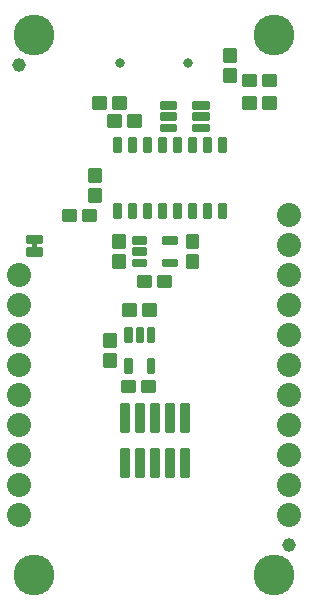
<source format=gbs>
G04 EAGLE Gerber RS-274X export*
G75*
%MOMM*%
%FSLAX34Y34*%
%LPD*%
%INSoldermask Bottom*%
%IPPOS*%
%AMOC8*
5,1,8,0,0,1.08239X$1,22.5*%
G01*
%ADD10C,0.802400*%
%ADD11C,0.255816*%
%ADD12C,0.253525*%
%ADD13C,0.251966*%
%ADD14C,0.252862*%
%ADD15C,2.032000*%
%ADD16C,1.152400*%
%ADD17C,3.454400*%
%ADD18C,0.258794*%

G36*
X26735Y302272D02*
X26735Y302272D01*
X26801Y302274D01*
X26844Y302292D01*
X26891Y302300D01*
X26948Y302334D01*
X27008Y302359D01*
X27043Y302390D01*
X27084Y302415D01*
X27126Y302466D01*
X27174Y302510D01*
X27196Y302552D01*
X27225Y302589D01*
X27246Y302651D01*
X27277Y302710D01*
X27285Y302764D01*
X27297Y302801D01*
X27296Y302841D01*
X27304Y302895D01*
X27304Y306705D01*
X27293Y306770D01*
X27291Y306836D01*
X27273Y306879D01*
X27265Y306926D01*
X27231Y306983D01*
X27206Y307043D01*
X27175Y307078D01*
X27150Y307119D01*
X27099Y307161D01*
X27055Y307209D01*
X27013Y307231D01*
X26976Y307260D01*
X26914Y307281D01*
X26855Y307312D01*
X26801Y307320D01*
X26764Y307332D01*
X26724Y307331D01*
X26670Y307339D01*
X24130Y307339D01*
X24065Y307328D01*
X23999Y307326D01*
X23956Y307308D01*
X23909Y307300D01*
X23852Y307266D01*
X23792Y307241D01*
X23757Y307210D01*
X23716Y307185D01*
X23675Y307134D01*
X23626Y307090D01*
X23604Y307048D01*
X23575Y307011D01*
X23554Y306949D01*
X23523Y306890D01*
X23515Y306836D01*
X23503Y306799D01*
X23503Y306795D01*
X23503Y306794D01*
X23504Y306759D01*
X23496Y306705D01*
X23496Y302895D01*
X23507Y302830D01*
X23509Y302764D01*
X23527Y302721D01*
X23535Y302674D01*
X23569Y302617D01*
X23594Y302557D01*
X23625Y302522D01*
X23650Y302481D01*
X23701Y302440D01*
X23745Y302391D01*
X23787Y302369D01*
X23824Y302340D01*
X23886Y302319D01*
X23945Y302288D01*
X23999Y302280D01*
X24036Y302268D01*
X24076Y302269D01*
X24130Y302261D01*
X26670Y302261D01*
X26735Y302272D01*
G37*
D10*
X155900Y458950D03*
X98100Y458950D03*
D11*
X97733Y384467D02*
X92767Y384467D01*
X92767Y395433D01*
X97733Y395433D01*
X97733Y384467D01*
X97733Y386897D02*
X92767Y386897D01*
X92767Y389327D02*
X97733Y389327D01*
X97733Y391757D02*
X92767Y391757D01*
X92767Y394187D02*
X97733Y394187D01*
X105467Y384467D02*
X110433Y384467D01*
X105467Y384467D02*
X105467Y395433D01*
X110433Y395433D01*
X110433Y384467D01*
X110433Y386897D02*
X105467Y386897D01*
X105467Y389327D02*
X110433Y389327D01*
X110433Y391757D02*
X105467Y391757D01*
X105467Y394187D02*
X110433Y394187D01*
X118167Y384467D02*
X123133Y384467D01*
X118167Y384467D02*
X118167Y395433D01*
X123133Y395433D01*
X123133Y384467D01*
X123133Y386897D02*
X118167Y386897D01*
X118167Y389327D02*
X123133Y389327D01*
X123133Y391757D02*
X118167Y391757D01*
X118167Y394187D02*
X123133Y394187D01*
X130867Y384467D02*
X135833Y384467D01*
X130867Y384467D02*
X130867Y395433D01*
X135833Y395433D01*
X135833Y384467D01*
X135833Y386897D02*
X130867Y386897D01*
X130867Y389327D02*
X135833Y389327D01*
X135833Y391757D02*
X130867Y391757D01*
X130867Y394187D02*
X135833Y394187D01*
X143567Y384467D02*
X148533Y384467D01*
X143567Y384467D02*
X143567Y395433D01*
X148533Y395433D01*
X148533Y384467D01*
X148533Y386897D02*
X143567Y386897D01*
X143567Y389327D02*
X148533Y389327D01*
X148533Y391757D02*
X143567Y391757D01*
X143567Y394187D02*
X148533Y394187D01*
X156267Y384467D02*
X161233Y384467D01*
X156267Y384467D02*
X156267Y395433D01*
X161233Y395433D01*
X161233Y384467D01*
X161233Y386897D02*
X156267Y386897D01*
X156267Y389327D02*
X161233Y389327D01*
X161233Y391757D02*
X156267Y391757D01*
X156267Y394187D02*
X161233Y394187D01*
X168967Y384467D02*
X173933Y384467D01*
X168967Y384467D02*
X168967Y395433D01*
X173933Y395433D01*
X173933Y384467D01*
X173933Y386897D02*
X168967Y386897D01*
X168967Y389327D02*
X173933Y389327D01*
X173933Y391757D02*
X168967Y391757D01*
X168967Y394187D02*
X173933Y394187D01*
X181667Y384467D02*
X186633Y384467D01*
X181667Y384467D02*
X181667Y395433D01*
X186633Y395433D01*
X186633Y384467D01*
X186633Y386897D02*
X181667Y386897D01*
X181667Y389327D02*
X186633Y389327D01*
X186633Y391757D02*
X181667Y391757D01*
X181667Y394187D02*
X186633Y394187D01*
X186633Y328467D02*
X181667Y328467D01*
X181667Y339433D01*
X186633Y339433D01*
X186633Y328467D01*
X186633Y330897D02*
X181667Y330897D01*
X181667Y333327D02*
X186633Y333327D01*
X186633Y335757D02*
X181667Y335757D01*
X181667Y338187D02*
X186633Y338187D01*
X173933Y328467D02*
X168967Y328467D01*
X168967Y339433D01*
X173933Y339433D01*
X173933Y328467D01*
X173933Y330897D02*
X168967Y330897D01*
X168967Y333327D02*
X173933Y333327D01*
X173933Y335757D02*
X168967Y335757D01*
X168967Y338187D02*
X173933Y338187D01*
X161233Y328467D02*
X156267Y328467D01*
X156267Y339433D01*
X161233Y339433D01*
X161233Y328467D01*
X161233Y330897D02*
X156267Y330897D01*
X156267Y333327D02*
X161233Y333327D01*
X161233Y335757D02*
X156267Y335757D01*
X156267Y338187D02*
X161233Y338187D01*
X148533Y328467D02*
X143567Y328467D01*
X143567Y339433D01*
X148533Y339433D01*
X148533Y328467D01*
X148533Y330897D02*
X143567Y330897D01*
X143567Y333327D02*
X148533Y333327D01*
X148533Y335757D02*
X143567Y335757D01*
X143567Y338187D02*
X148533Y338187D01*
X135833Y328467D02*
X130867Y328467D01*
X130867Y339433D01*
X135833Y339433D01*
X135833Y328467D01*
X135833Y330897D02*
X130867Y330897D01*
X130867Y333327D02*
X135833Y333327D01*
X135833Y335757D02*
X130867Y335757D01*
X130867Y338187D02*
X135833Y338187D01*
X123133Y328467D02*
X118167Y328467D01*
X118167Y339433D01*
X123133Y339433D01*
X123133Y328467D01*
X123133Y330897D02*
X118167Y330897D01*
X118167Y333327D02*
X123133Y333327D01*
X123133Y335757D02*
X118167Y335757D01*
X118167Y338187D02*
X123133Y338187D01*
X110433Y328467D02*
X105467Y328467D01*
X105467Y339433D01*
X110433Y339433D01*
X110433Y328467D01*
X110433Y330897D02*
X105467Y330897D01*
X105467Y333327D02*
X110433Y333327D01*
X110433Y335757D02*
X105467Y335757D01*
X105467Y338187D02*
X110433Y338187D01*
X97733Y328467D02*
X92767Y328467D01*
X92767Y339433D01*
X97733Y339433D01*
X97733Y328467D01*
X97733Y330897D02*
X92767Y330897D01*
X92767Y333327D02*
X97733Y333327D01*
X97733Y335757D02*
X92767Y335757D01*
X92767Y338187D02*
X97733Y338187D01*
D12*
X186005Y460705D02*
X186005Y470695D01*
X194995Y470695D01*
X194995Y460705D01*
X186005Y460705D01*
X186005Y463113D02*
X194995Y463113D01*
X194995Y465521D02*
X186005Y465521D01*
X186005Y467929D02*
X194995Y467929D01*
X194995Y470337D02*
X186005Y470337D01*
X186005Y453695D02*
X186005Y443705D01*
X186005Y453695D02*
X194995Y453695D01*
X194995Y443705D01*
X186005Y443705D01*
X186005Y446113D02*
X194995Y446113D01*
X194995Y448521D02*
X186005Y448521D01*
X186005Y450929D02*
X194995Y450929D01*
X194995Y453337D02*
X186005Y453337D01*
X98095Y405715D02*
X88105Y405715D01*
X88105Y414705D01*
X98095Y414705D01*
X98095Y405715D01*
X98095Y408123D02*
X88105Y408123D01*
X88105Y410531D02*
X98095Y410531D01*
X98095Y412939D02*
X88105Y412939D01*
X105105Y405715D02*
X115095Y405715D01*
X105105Y405715D02*
X105105Y414705D01*
X115095Y414705D01*
X115095Y405715D01*
X115095Y408123D02*
X105105Y408123D01*
X105105Y410531D02*
X115095Y410531D01*
X115095Y412939D02*
X105105Y412939D01*
D13*
X31252Y302397D02*
X31252Y296789D01*
X19548Y296789D01*
X19548Y302397D01*
X31252Y302397D01*
X31252Y299183D02*
X19548Y299183D01*
X19548Y301577D02*
X31252Y301577D01*
X31252Y307203D02*
X31252Y312811D01*
X31252Y307203D02*
X19548Y307203D01*
X19548Y312811D01*
X31252Y312811D01*
X31252Y309597D02*
X19548Y309597D01*
X19548Y311991D02*
X31252Y311991D01*
D12*
X202405Y440005D02*
X212395Y440005D01*
X202405Y440005D02*
X202405Y448995D01*
X212395Y448995D01*
X212395Y440005D01*
X212395Y442413D02*
X202405Y442413D01*
X202405Y444821D02*
X212395Y444821D01*
X212395Y447229D02*
X202405Y447229D01*
X219405Y440005D02*
X229395Y440005D01*
X219405Y440005D02*
X219405Y448995D01*
X229395Y448995D01*
X229395Y440005D01*
X229395Y442413D02*
X219405Y442413D01*
X219405Y444821D02*
X229395Y444821D01*
X229395Y447229D02*
X219405Y447229D01*
X219405Y429945D02*
X229395Y429945D01*
X229395Y420955D01*
X219405Y420955D01*
X219405Y429945D01*
X219405Y423363D02*
X229395Y423363D01*
X229395Y425771D02*
X219405Y425771D01*
X219405Y428179D02*
X229395Y428179D01*
X212395Y429945D02*
X202405Y429945D01*
X212395Y429945D02*
X212395Y420955D01*
X202405Y420955D01*
X202405Y429945D01*
X202405Y423363D02*
X212395Y423363D01*
X212395Y425771D02*
X202405Y425771D01*
X202405Y428179D02*
X212395Y428179D01*
X76995Y334695D02*
X67005Y334695D01*
X76995Y334695D02*
X76995Y325705D01*
X67005Y325705D01*
X67005Y334695D01*
X67005Y328113D02*
X76995Y328113D01*
X76995Y330521D02*
X67005Y330521D01*
X67005Y332929D02*
X76995Y332929D01*
X59995Y334695D02*
X50005Y334695D01*
X59995Y334695D02*
X59995Y325705D01*
X50005Y325705D01*
X50005Y334695D01*
X50005Y328113D02*
X59995Y328113D01*
X59995Y330521D02*
X50005Y330521D01*
X50005Y332929D02*
X59995Y332929D01*
D14*
X159903Y421272D02*
X159903Y425768D01*
X172399Y425768D01*
X172399Y421272D01*
X159903Y421272D01*
X159903Y423675D02*
X172399Y423675D01*
X159903Y416268D02*
X159903Y411772D01*
X159903Y416268D02*
X172399Y416268D01*
X172399Y411772D01*
X159903Y411772D01*
X159903Y414175D02*
X172399Y414175D01*
X159903Y406768D02*
X159903Y402272D01*
X159903Y406768D02*
X172399Y406768D01*
X172399Y402272D01*
X159903Y402272D01*
X159903Y404675D02*
X172399Y404675D01*
X132401Y406768D02*
X132401Y402272D01*
X132401Y406768D02*
X144897Y406768D01*
X144897Y402272D01*
X132401Y402272D01*
X132401Y404675D02*
X144897Y404675D01*
X132401Y411772D02*
X132401Y416268D01*
X144897Y416268D01*
X144897Y411772D01*
X132401Y411772D01*
X132401Y414175D02*
X144897Y414175D01*
X132401Y421272D02*
X132401Y425768D01*
X144897Y425768D01*
X144897Y421272D01*
X132401Y421272D01*
X132401Y423675D02*
X144897Y423675D01*
D15*
X241300Y228600D03*
X241300Y254000D03*
X12700Y127000D03*
X12700Y101600D03*
D12*
X92405Y429945D02*
X102395Y429945D01*
X102395Y420955D01*
X92405Y420955D01*
X92405Y429945D01*
X92405Y423363D02*
X102395Y423363D01*
X102395Y425771D02*
X92405Y425771D01*
X92405Y428179D02*
X102395Y428179D01*
X85395Y429945D02*
X75405Y429945D01*
X85395Y429945D02*
X85395Y420955D01*
X75405Y420955D01*
X75405Y429945D01*
X75405Y423363D02*
X85395Y423363D01*
X85395Y425771D02*
X75405Y425771D01*
X75405Y428179D02*
X85395Y428179D01*
X80695Y352095D02*
X80695Y342105D01*
X71705Y342105D01*
X71705Y352095D01*
X80695Y352095D01*
X80695Y344513D02*
X71705Y344513D01*
X71705Y346921D02*
X80695Y346921D01*
X80695Y349329D02*
X71705Y349329D01*
X71705Y351737D02*
X80695Y351737D01*
X80695Y359105D02*
X80695Y369095D01*
X80695Y359105D02*
X71705Y359105D01*
X71705Y369095D01*
X80695Y369095D01*
X80695Y361513D02*
X71705Y361513D01*
X71705Y363921D02*
X80695Y363921D01*
X80695Y366329D02*
X71705Y366329D01*
X71705Y368737D02*
X80695Y368737D01*
D15*
X12700Y76200D03*
X12700Y152400D03*
X12700Y177800D03*
X12700Y203200D03*
X12700Y228600D03*
X12700Y254000D03*
D14*
X119497Y287972D02*
X119497Y292468D01*
X119497Y287972D02*
X108501Y287972D01*
X108501Y292468D01*
X119497Y292468D01*
X119497Y290375D02*
X108501Y290375D01*
X119497Y297472D02*
X119497Y301968D01*
X119497Y297472D02*
X108501Y297472D01*
X108501Y301968D01*
X119497Y301968D01*
X119497Y299875D02*
X108501Y299875D01*
X119497Y306972D02*
X119497Y311468D01*
X119497Y306972D02*
X108501Y306972D01*
X108501Y311468D01*
X119497Y311468D01*
X119497Y309375D02*
X108501Y309375D01*
X145499Y311468D02*
X145499Y306972D01*
X134503Y306972D01*
X134503Y311468D01*
X145499Y311468D01*
X145499Y309375D02*
X134503Y309375D01*
X145499Y292468D02*
X145499Y287972D01*
X134503Y287972D01*
X134503Y292468D01*
X145499Y292468D01*
X145499Y290375D02*
X134503Y290375D01*
D12*
X123495Y269825D02*
X113505Y269825D01*
X113505Y278815D01*
X123495Y278815D01*
X123495Y269825D01*
X123495Y272233D02*
X113505Y272233D01*
X113505Y274641D02*
X123495Y274641D01*
X123495Y277049D02*
X113505Y277049D01*
X130505Y269825D02*
X140495Y269825D01*
X130505Y269825D02*
X130505Y278815D01*
X140495Y278815D01*
X140495Y269825D01*
X140495Y272233D02*
X130505Y272233D01*
X130505Y274641D02*
X140495Y274641D01*
X140495Y277049D02*
X130505Y277049D01*
X101015Y286225D02*
X101015Y296215D01*
X101015Y286225D02*
X92025Y286225D01*
X92025Y296215D01*
X101015Y296215D01*
X101015Y288633D02*
X92025Y288633D01*
X92025Y291041D02*
X101015Y291041D01*
X101015Y293449D02*
X92025Y293449D01*
X92025Y295857D02*
X101015Y295857D01*
X101015Y303225D02*
X101015Y313215D01*
X101015Y303225D02*
X92025Y303225D01*
X92025Y313215D01*
X101015Y313215D01*
X101015Y305633D02*
X92025Y305633D01*
X92025Y308041D02*
X101015Y308041D01*
X101015Y310449D02*
X92025Y310449D01*
X92025Y312857D02*
X101015Y312857D01*
D14*
X102552Y223403D02*
X107048Y223403D01*
X102552Y223403D02*
X102552Y234399D01*
X107048Y234399D01*
X107048Y223403D01*
X107048Y225806D02*
X102552Y225806D01*
X102552Y228209D02*
X107048Y228209D01*
X107048Y230612D02*
X102552Y230612D01*
X102552Y233015D02*
X107048Y233015D01*
X112052Y223403D02*
X116548Y223403D01*
X112052Y223403D02*
X112052Y234399D01*
X116548Y234399D01*
X116548Y223403D01*
X116548Y225806D02*
X112052Y225806D01*
X112052Y228209D02*
X116548Y228209D01*
X116548Y230612D02*
X112052Y230612D01*
X112052Y233015D02*
X116548Y233015D01*
X121552Y223403D02*
X126048Y223403D01*
X121552Y223403D02*
X121552Y234399D01*
X126048Y234399D01*
X126048Y223403D01*
X126048Y225806D02*
X121552Y225806D01*
X121552Y228209D02*
X126048Y228209D01*
X126048Y230612D02*
X121552Y230612D01*
X121552Y233015D02*
X126048Y233015D01*
X126048Y197401D02*
X121552Y197401D01*
X121552Y208397D01*
X126048Y208397D01*
X126048Y197401D01*
X126048Y199804D02*
X121552Y199804D01*
X121552Y202207D02*
X126048Y202207D01*
X126048Y204610D02*
X121552Y204610D01*
X121552Y207013D02*
X126048Y207013D01*
X107048Y197401D02*
X102552Y197401D01*
X102552Y208397D01*
X107048Y208397D01*
X107048Y197401D01*
X107048Y199804D02*
X102552Y199804D01*
X102552Y202207D02*
X107048Y202207D01*
X107048Y204610D02*
X102552Y204610D01*
X102552Y207013D02*
X107048Y207013D01*
D12*
X110795Y245695D02*
X100805Y245695D01*
X100805Y254685D01*
X110795Y254685D01*
X110795Y245695D01*
X110795Y248103D02*
X100805Y248103D01*
X100805Y250511D02*
X110795Y250511D01*
X110795Y252919D02*
X100805Y252919D01*
X117805Y245695D02*
X127795Y245695D01*
X117805Y245695D02*
X117805Y254685D01*
X127795Y254685D01*
X127795Y245695D01*
X127795Y248103D02*
X117805Y248103D01*
X117805Y250511D02*
X127795Y250511D01*
X127795Y252919D02*
X117805Y252919D01*
X84405Y229395D02*
X84405Y219405D01*
X84405Y229395D02*
X93395Y229395D01*
X93395Y219405D01*
X84405Y219405D01*
X84405Y221813D02*
X93395Y221813D01*
X93395Y224221D02*
X84405Y224221D01*
X84405Y226629D02*
X93395Y226629D01*
X93395Y229037D02*
X84405Y229037D01*
X84405Y212395D02*
X84405Y202405D01*
X84405Y212395D02*
X93395Y212395D01*
X93395Y202405D01*
X84405Y202405D01*
X84405Y204813D02*
X93395Y204813D01*
X93395Y207221D02*
X84405Y207221D01*
X84405Y209629D02*
X93395Y209629D01*
X93395Y212037D02*
X84405Y212037D01*
X99535Y180925D02*
X109525Y180925D01*
X99535Y180925D02*
X99535Y189915D01*
X109525Y189915D01*
X109525Y180925D01*
X109525Y183333D02*
X99535Y183333D01*
X99535Y185741D02*
X109525Y185741D01*
X109525Y188149D02*
X99535Y188149D01*
X116535Y180925D02*
X126525Y180925D01*
X116535Y180925D02*
X116535Y189915D01*
X126525Y189915D01*
X126525Y180925D01*
X126525Y183333D02*
X116535Y183333D01*
X116535Y185741D02*
X126525Y185741D01*
X126525Y188149D02*
X116535Y188149D01*
X163245Y286225D02*
X163245Y296215D01*
X163245Y286225D02*
X154255Y286225D01*
X154255Y296215D01*
X163245Y296215D01*
X163245Y288633D02*
X154255Y288633D01*
X154255Y291041D02*
X163245Y291041D01*
X163245Y293449D02*
X154255Y293449D01*
X154255Y295857D02*
X163245Y295857D01*
X163245Y303225D02*
X163245Y313215D01*
X163245Y303225D02*
X154255Y303225D01*
X154255Y313215D01*
X163245Y313215D01*
X163245Y305633D02*
X154255Y305633D01*
X154255Y308041D02*
X163245Y308041D01*
X163245Y310449D02*
X154255Y310449D01*
X154255Y312857D02*
X163245Y312857D01*
D16*
X12700Y457200D03*
X241300Y50800D03*
D17*
X25400Y25400D03*
X228600Y25400D03*
X25400Y482600D03*
X228600Y482600D03*
D15*
X241300Y177800D03*
X241300Y152400D03*
X241300Y127000D03*
X241300Y101600D03*
X12700Y279400D03*
X241300Y279400D03*
X241300Y304800D03*
X241300Y330200D03*
X241300Y203200D03*
X241300Y76200D03*
D18*
X130168Y147132D02*
X123832Y147132D01*
X123832Y169868D01*
X130168Y169868D01*
X130168Y147132D01*
X130168Y149591D02*
X123832Y149591D01*
X123832Y152050D02*
X130168Y152050D01*
X130168Y154509D02*
X123832Y154509D01*
X123832Y156968D02*
X130168Y156968D01*
X130168Y159427D02*
X123832Y159427D01*
X123832Y161886D02*
X130168Y161886D01*
X130168Y164345D02*
X123832Y164345D01*
X123832Y166804D02*
X130168Y166804D01*
X130168Y169263D02*
X123832Y169263D01*
X123832Y109532D02*
X130168Y109532D01*
X123832Y109532D02*
X123832Y132268D01*
X130168Y132268D01*
X130168Y109532D01*
X130168Y111991D02*
X123832Y111991D01*
X123832Y114450D02*
X130168Y114450D01*
X130168Y116909D02*
X123832Y116909D01*
X123832Y119368D02*
X130168Y119368D01*
X130168Y121827D02*
X123832Y121827D01*
X123832Y124286D02*
X130168Y124286D01*
X130168Y126745D02*
X123832Y126745D01*
X123832Y129204D02*
X130168Y129204D01*
X130168Y131663D02*
X123832Y131663D01*
X136532Y147132D02*
X142868Y147132D01*
X136532Y147132D02*
X136532Y169868D01*
X142868Y169868D01*
X142868Y147132D01*
X142868Y149591D02*
X136532Y149591D01*
X136532Y152050D02*
X142868Y152050D01*
X142868Y154509D02*
X136532Y154509D01*
X136532Y156968D02*
X142868Y156968D01*
X142868Y159427D02*
X136532Y159427D01*
X136532Y161886D02*
X142868Y161886D01*
X142868Y164345D02*
X136532Y164345D01*
X136532Y166804D02*
X142868Y166804D01*
X142868Y169263D02*
X136532Y169263D01*
X136532Y109532D02*
X142868Y109532D01*
X136532Y109532D02*
X136532Y132268D01*
X142868Y132268D01*
X142868Y109532D01*
X142868Y111991D02*
X136532Y111991D01*
X136532Y114450D02*
X142868Y114450D01*
X142868Y116909D02*
X136532Y116909D01*
X136532Y119368D02*
X142868Y119368D01*
X142868Y121827D02*
X136532Y121827D01*
X136532Y124286D02*
X142868Y124286D01*
X142868Y126745D02*
X136532Y126745D01*
X136532Y129204D02*
X142868Y129204D01*
X142868Y131663D02*
X136532Y131663D01*
X149232Y147132D02*
X155568Y147132D01*
X149232Y147132D02*
X149232Y169868D01*
X155568Y169868D01*
X155568Y147132D01*
X155568Y149591D02*
X149232Y149591D01*
X149232Y152050D02*
X155568Y152050D01*
X155568Y154509D02*
X149232Y154509D01*
X149232Y156968D02*
X155568Y156968D01*
X155568Y159427D02*
X149232Y159427D01*
X149232Y161886D02*
X155568Y161886D01*
X155568Y164345D02*
X149232Y164345D01*
X149232Y166804D02*
X155568Y166804D01*
X155568Y169263D02*
X149232Y169263D01*
X149232Y109532D02*
X155568Y109532D01*
X149232Y109532D02*
X149232Y132268D01*
X155568Y132268D01*
X155568Y109532D01*
X155568Y111991D02*
X149232Y111991D01*
X149232Y114450D02*
X155568Y114450D01*
X155568Y116909D02*
X149232Y116909D01*
X149232Y119368D02*
X155568Y119368D01*
X155568Y121827D02*
X149232Y121827D01*
X149232Y124286D02*
X155568Y124286D01*
X155568Y126745D02*
X149232Y126745D01*
X149232Y129204D02*
X155568Y129204D01*
X155568Y131663D02*
X149232Y131663D01*
X104768Y147132D02*
X98432Y147132D01*
X98432Y169868D01*
X104768Y169868D01*
X104768Y147132D01*
X104768Y149591D02*
X98432Y149591D01*
X98432Y152050D02*
X104768Y152050D01*
X104768Y154509D02*
X98432Y154509D01*
X98432Y156968D02*
X104768Y156968D01*
X104768Y159427D02*
X98432Y159427D01*
X98432Y161886D02*
X104768Y161886D01*
X104768Y164345D02*
X98432Y164345D01*
X98432Y166804D02*
X104768Y166804D01*
X104768Y169263D02*
X98432Y169263D01*
X98432Y109532D02*
X104768Y109532D01*
X98432Y109532D02*
X98432Y132268D01*
X104768Y132268D01*
X104768Y109532D01*
X104768Y111991D02*
X98432Y111991D01*
X98432Y114450D02*
X104768Y114450D01*
X104768Y116909D02*
X98432Y116909D01*
X98432Y119368D02*
X104768Y119368D01*
X104768Y121827D02*
X98432Y121827D01*
X98432Y124286D02*
X104768Y124286D01*
X104768Y126745D02*
X98432Y126745D01*
X98432Y129204D02*
X104768Y129204D01*
X104768Y131663D02*
X98432Y131663D01*
X111132Y147132D02*
X117468Y147132D01*
X111132Y147132D02*
X111132Y169868D01*
X117468Y169868D01*
X117468Y147132D01*
X117468Y149591D02*
X111132Y149591D01*
X111132Y152050D02*
X117468Y152050D01*
X117468Y154509D02*
X111132Y154509D01*
X111132Y156968D02*
X117468Y156968D01*
X117468Y159427D02*
X111132Y159427D01*
X111132Y161886D02*
X117468Y161886D01*
X117468Y164345D02*
X111132Y164345D01*
X111132Y166804D02*
X117468Y166804D01*
X117468Y169263D02*
X111132Y169263D01*
X111132Y109532D02*
X117468Y109532D01*
X111132Y109532D02*
X111132Y132268D01*
X117468Y132268D01*
X117468Y109532D01*
X117468Y111991D02*
X111132Y111991D01*
X111132Y114450D02*
X117468Y114450D01*
X117468Y116909D02*
X111132Y116909D01*
X111132Y119368D02*
X117468Y119368D01*
X117468Y121827D02*
X111132Y121827D01*
X111132Y124286D02*
X117468Y124286D01*
X117468Y126745D02*
X111132Y126745D01*
X111132Y129204D02*
X117468Y129204D01*
X117468Y131663D02*
X111132Y131663D01*
M02*

</source>
